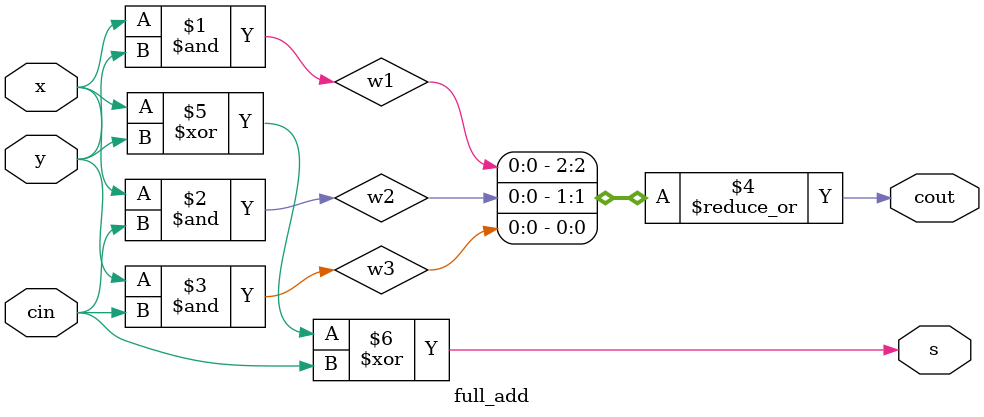
<source format=v>
module full_add(x,y,cin,s,cout);

	input wire x,y,cin;
	output wire s,cout;
         // wires (from ands to or)
   wire w1, w2, w3;
         
         // carry-out circuitry
   and( w1, x, y);
   and( w2, x, cin );
   and( w3, y, cin );
   assign cout= |{w1,w2,w3};
         
         // sum
   xor( s, x, y, cin );
	//assign  {cout,s}=x+y+cin;
endmodule

</source>
